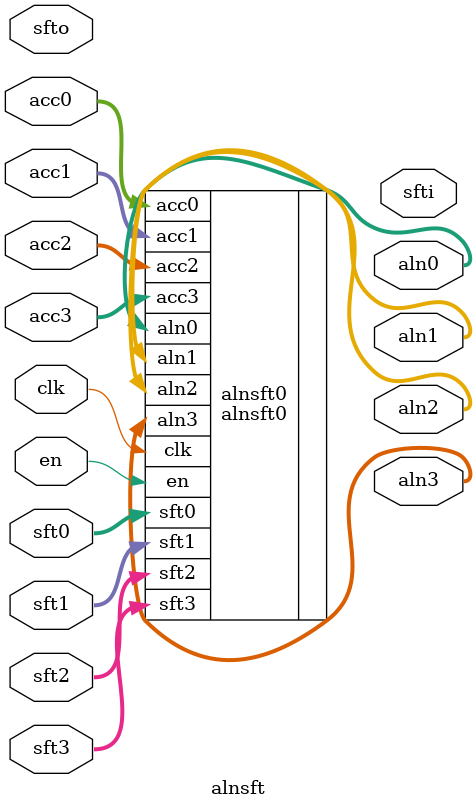
<source format=sv>
typedef struct packed {
   logic       en;
   logic [26:0] req_in_1;
   logic [26:0] req_in_2;
} mulit;

typedef struct packed {
   logic [53:0] out;
} mulot;

typedef struct packed {
   logic       en;
   logic       sub;
   logic [1:0] cin;
   logic [79:0] req_in_0;
   logic [79:0] req_in_1;
   logic [79:0] req_in_2;
   logic [31:0] aln0;
   logic [31:0] aln1;
   logic [31:0] aln2;
   logic [31:0] aln3;
} addit;

typedef struct packed {
   logic [65:64] cout;
   logic [81:0] addo;
} addot;

typedef struct packed {
   logic       en;
   logic [47:0] acc0, acc1, acc2, acc3;
   logic [5:0]  sft0, sft1, sft2, sft3;
} sftit;

typedef struct packed {
   logic [48:0] aln0, aln1, aln2, aln3;
} sftot;

module fma
  (
   input logic         clk,
   input logic         reset,
   input logic         req,
   input integer       req_command,
   input logic [31:0]  x,
   input logic [31:0]  y,
   input logic [31:0]  z,
   output logic [31:0] rslt,
   output logic [4:0]  flag
   );

   mulit muli0;
   mulot mulo0;
   addit addi1;
   addot addo1;

   fmas fmas
     (
      .clk(clk),
      .reset(reset),
      .req(req),
      .req_command(req_command),
      .x(x[31:0]),
      .y(y[31:0]),
      .z(z[31:0]),
      .rslt(rslt[31:0]),
      .flag(flag[4:0]),
      .muli0(muli0),
      .mulo0(mulo0),
      .addi1(addi1),
      .addo1(addo1)
      );

endmodule

module mul
  (
   input logic         clk,
   input logic         en,
   output logic [53:0] out,
   input logic [26:0]  req_in_1,
   input logic [26:0]  req_in_2,
   output              mulit muli,
   input               mulot mulo
   );

   mul0 mul0
     (
      .clk(clk),
      .en(en),
      .out(out[53:0]),
      .req_in_1(req_in_1[26:0]),
      .req_in_2(req_in_2[26:0])
   );

endmodule

module add
  (
   input logic          clk,
   input logic          en,
   output logic [65:64] cout,
   output logic [81:0]  out,
   input logic          sub,
   input logic [1:0]    cin,
   input logic [79:0]   req_in_0,
   input logic [79:0]   req_in_1,
   input logic [79:0]   req_in_2,
   input logic [31:0]   aln0,
   input logic [31:0]   aln1,
   input logic [31:0]   aln2,
   input logic [31:0]   aln3,
   output               addit addi,
   input                addot addo
   );

   add0 add0
     (
      .clk(clk),
      .en(en),
      .cout(cout[65:64]),
      .out(out[81:0]),
      .sub(sub),
      .cin(cin[1:0]),
      .req_in_0(req_in_0[79:0]),
      .req_in_1(req_in_1[79:0]),
      .req_in_2(req_in_2[79:0]),
      .aln0(aln0[31:0]),
      .aln1(aln1[31:0]),
      .aln2(aln2[31:0]),
      .aln3(aln3[31:0])
   );

endmodule

module alnsft
  (
   input logic         clk,
   input logic         en,
   input logic [47:0]  acc0, acc1, acc2, acc3,
   input logic [5:0]   sft0, sft1, sft2, sft3,
   output logic [48:0] aln0, aln1, aln2, aln3,
   output              sftit sfti,
   input               sftot sfto
   );

   alnsft0 alnsft0
     (
      .clk(clk),   .en(en),
      .acc0(acc0), .acc1(acc1), .acc2(acc2), .acc3(acc3),
      .sft0(sft0), .sft1(sft1), .sft2(sft2), .sft3(sft3),
      .aln0(aln0), .aln1(aln1), .aln2(aln2), .aln3(aln3)
      );

endmodule

</source>
